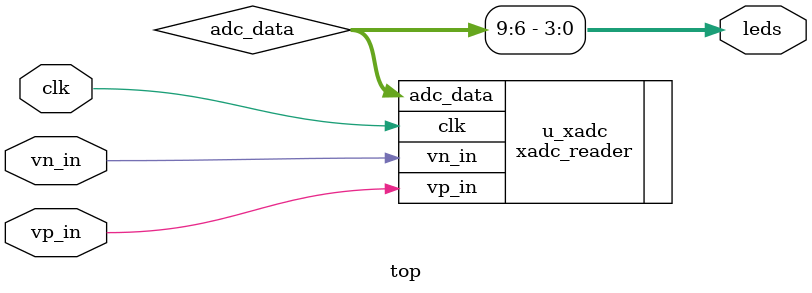
<source format=v>
module top (
    input wire clk,           // Connect this to FPGA clock
    input wire vp_in,         // Analog input pin (JXADC)
    input wire vn_in,
    output wire [3:0] leds    // 4-bit LED output for testing
);

  wire [11:0] adc_data;

  // Instantiate the XADC reader
  xadc_reader u_xadc (
    .clk(clk),
    .vp_in(vp_in),
    .vn_in(vn_in),
    .adc_data(adc_data)
  );

  // Light up 4 LEDs based on MSBs of adc_data
  assign leds = adc_data[9:6];

endmodule
</source>
